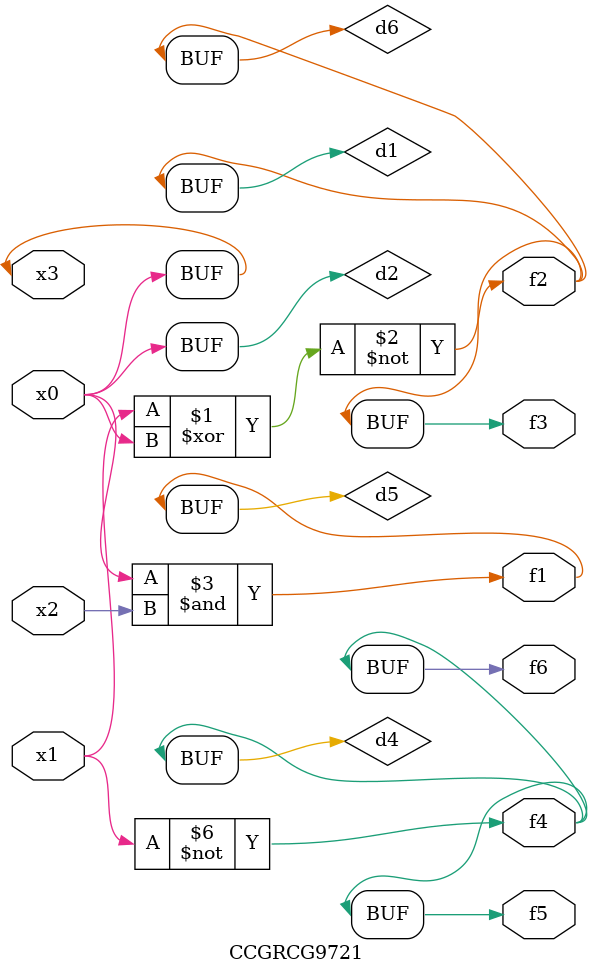
<source format=v>
module CCGRCG9721(
	input x0, x1, x2, x3,
	output f1, f2, f3, f4, f5, f6
);

	wire d1, d2, d3, d4, d5, d6;

	xnor (d1, x1, x3);
	buf (d2, x0, x3);
	nand (d3, x0, x2);
	not (d4, x1);
	nand (d5, d3);
	or (d6, d1);
	assign f1 = d5;
	assign f2 = d6;
	assign f3 = d6;
	assign f4 = d4;
	assign f5 = d4;
	assign f6 = d4;
endmodule

</source>
